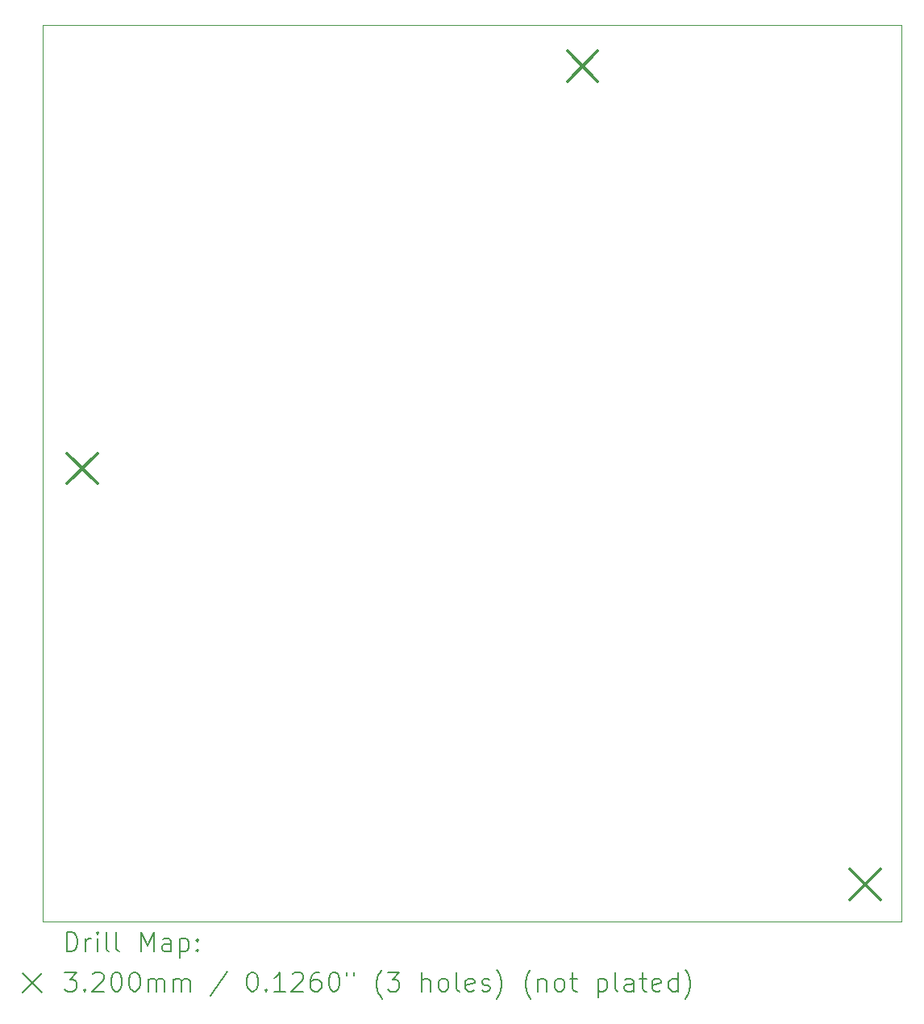
<source format=gbr>
%TF.GenerationSoftware,KiCad,Pcbnew,(6.0.11)*%
%TF.CreationDate,2023-08-29T13:21:02-05:00*%
%TF.ProjectId,MB,4d422e6b-6963-4616-945f-706362585858,rev?*%
%TF.SameCoordinates,Original*%
%TF.FileFunction,Drillmap*%
%TF.FilePolarity,Positive*%
%FSLAX45Y45*%
G04 Gerber Fmt 4.5, Leading zero omitted, Abs format (unit mm)*
G04 Created by KiCad (PCBNEW (6.0.11)) date 2023-08-29 13:21:02*
%MOMM*%
%LPD*%
G01*
G04 APERTURE LIST*
%ADD10C,0.100000*%
%ADD11C,0.200000*%
%ADD12C,0.320000*%
G04 APERTURE END LIST*
D10*
X12865100Y-2913380D02*
X21887180Y-2913380D01*
X21887180Y-2913380D02*
X21887180Y-12321540D01*
X21887180Y-12321540D02*
X12865100Y-12321540D01*
X12865100Y-12321540D02*
X12865100Y-2913380D01*
D11*
D12*
X13124200Y-7409200D02*
X13444200Y-7729200D01*
X13444200Y-7409200D02*
X13124200Y-7729200D01*
X18376920Y-3187720D02*
X18696920Y-3507720D01*
X18696920Y-3187720D02*
X18376920Y-3507720D01*
X21343640Y-11775460D02*
X21663640Y-12095460D01*
X21663640Y-11775460D02*
X21343640Y-12095460D01*
D11*
X13117719Y-12637016D02*
X13117719Y-12437016D01*
X13165338Y-12437016D01*
X13193909Y-12446540D01*
X13212957Y-12465588D01*
X13222481Y-12484635D01*
X13232005Y-12522730D01*
X13232005Y-12551302D01*
X13222481Y-12589397D01*
X13212957Y-12608445D01*
X13193909Y-12627492D01*
X13165338Y-12637016D01*
X13117719Y-12637016D01*
X13317719Y-12637016D02*
X13317719Y-12503683D01*
X13317719Y-12541778D02*
X13327243Y-12522730D01*
X13336767Y-12513207D01*
X13355814Y-12503683D01*
X13374862Y-12503683D01*
X13441528Y-12637016D02*
X13441528Y-12503683D01*
X13441528Y-12437016D02*
X13432005Y-12446540D01*
X13441528Y-12456064D01*
X13451052Y-12446540D01*
X13441528Y-12437016D01*
X13441528Y-12456064D01*
X13565338Y-12637016D02*
X13546290Y-12627492D01*
X13536767Y-12608445D01*
X13536767Y-12437016D01*
X13670100Y-12637016D02*
X13651052Y-12627492D01*
X13641528Y-12608445D01*
X13641528Y-12437016D01*
X13898671Y-12637016D02*
X13898671Y-12437016D01*
X13965338Y-12579873D01*
X14032005Y-12437016D01*
X14032005Y-12637016D01*
X14212957Y-12637016D02*
X14212957Y-12532254D01*
X14203433Y-12513207D01*
X14184386Y-12503683D01*
X14146290Y-12503683D01*
X14127243Y-12513207D01*
X14212957Y-12627492D02*
X14193909Y-12637016D01*
X14146290Y-12637016D01*
X14127243Y-12627492D01*
X14117719Y-12608445D01*
X14117719Y-12589397D01*
X14127243Y-12570349D01*
X14146290Y-12560826D01*
X14193909Y-12560826D01*
X14212957Y-12551302D01*
X14308195Y-12503683D02*
X14308195Y-12703683D01*
X14308195Y-12513207D02*
X14327243Y-12503683D01*
X14365338Y-12503683D01*
X14384386Y-12513207D01*
X14393909Y-12522730D01*
X14403433Y-12541778D01*
X14403433Y-12598921D01*
X14393909Y-12617968D01*
X14384386Y-12627492D01*
X14365338Y-12637016D01*
X14327243Y-12637016D01*
X14308195Y-12627492D01*
X14489148Y-12617968D02*
X14498671Y-12627492D01*
X14489148Y-12637016D01*
X14479624Y-12627492D01*
X14489148Y-12617968D01*
X14489148Y-12637016D01*
X14489148Y-12513207D02*
X14498671Y-12522730D01*
X14489148Y-12532254D01*
X14479624Y-12522730D01*
X14489148Y-12513207D01*
X14489148Y-12532254D01*
X12660100Y-12866540D02*
X12860100Y-13066540D01*
X12860100Y-12866540D02*
X12660100Y-13066540D01*
X13098671Y-12857016D02*
X13222481Y-12857016D01*
X13155814Y-12933207D01*
X13184386Y-12933207D01*
X13203433Y-12942730D01*
X13212957Y-12952254D01*
X13222481Y-12971302D01*
X13222481Y-13018921D01*
X13212957Y-13037968D01*
X13203433Y-13047492D01*
X13184386Y-13057016D01*
X13127243Y-13057016D01*
X13108195Y-13047492D01*
X13098671Y-13037968D01*
X13308195Y-13037968D02*
X13317719Y-13047492D01*
X13308195Y-13057016D01*
X13298671Y-13047492D01*
X13308195Y-13037968D01*
X13308195Y-13057016D01*
X13393909Y-12876064D02*
X13403433Y-12866540D01*
X13422481Y-12857016D01*
X13470100Y-12857016D01*
X13489148Y-12866540D01*
X13498671Y-12876064D01*
X13508195Y-12895111D01*
X13508195Y-12914159D01*
X13498671Y-12942730D01*
X13384386Y-13057016D01*
X13508195Y-13057016D01*
X13632005Y-12857016D02*
X13651052Y-12857016D01*
X13670100Y-12866540D01*
X13679624Y-12876064D01*
X13689148Y-12895111D01*
X13698671Y-12933207D01*
X13698671Y-12980826D01*
X13689148Y-13018921D01*
X13679624Y-13037968D01*
X13670100Y-13047492D01*
X13651052Y-13057016D01*
X13632005Y-13057016D01*
X13612957Y-13047492D01*
X13603433Y-13037968D01*
X13593909Y-13018921D01*
X13584386Y-12980826D01*
X13584386Y-12933207D01*
X13593909Y-12895111D01*
X13603433Y-12876064D01*
X13612957Y-12866540D01*
X13632005Y-12857016D01*
X13822481Y-12857016D02*
X13841528Y-12857016D01*
X13860576Y-12866540D01*
X13870100Y-12876064D01*
X13879624Y-12895111D01*
X13889148Y-12933207D01*
X13889148Y-12980826D01*
X13879624Y-13018921D01*
X13870100Y-13037968D01*
X13860576Y-13047492D01*
X13841528Y-13057016D01*
X13822481Y-13057016D01*
X13803433Y-13047492D01*
X13793909Y-13037968D01*
X13784386Y-13018921D01*
X13774862Y-12980826D01*
X13774862Y-12933207D01*
X13784386Y-12895111D01*
X13793909Y-12876064D01*
X13803433Y-12866540D01*
X13822481Y-12857016D01*
X13974862Y-13057016D02*
X13974862Y-12923683D01*
X13974862Y-12942730D02*
X13984386Y-12933207D01*
X14003433Y-12923683D01*
X14032005Y-12923683D01*
X14051052Y-12933207D01*
X14060576Y-12952254D01*
X14060576Y-13057016D01*
X14060576Y-12952254D02*
X14070100Y-12933207D01*
X14089148Y-12923683D01*
X14117719Y-12923683D01*
X14136767Y-12933207D01*
X14146290Y-12952254D01*
X14146290Y-13057016D01*
X14241528Y-13057016D02*
X14241528Y-12923683D01*
X14241528Y-12942730D02*
X14251052Y-12933207D01*
X14270100Y-12923683D01*
X14298671Y-12923683D01*
X14317719Y-12933207D01*
X14327243Y-12952254D01*
X14327243Y-13057016D01*
X14327243Y-12952254D02*
X14336767Y-12933207D01*
X14355814Y-12923683D01*
X14384386Y-12923683D01*
X14403433Y-12933207D01*
X14412957Y-12952254D01*
X14412957Y-13057016D01*
X14803433Y-12847492D02*
X14632005Y-13104635D01*
X15060576Y-12857016D02*
X15079624Y-12857016D01*
X15098671Y-12866540D01*
X15108195Y-12876064D01*
X15117719Y-12895111D01*
X15127243Y-12933207D01*
X15127243Y-12980826D01*
X15117719Y-13018921D01*
X15108195Y-13037968D01*
X15098671Y-13047492D01*
X15079624Y-13057016D01*
X15060576Y-13057016D01*
X15041528Y-13047492D01*
X15032005Y-13037968D01*
X15022481Y-13018921D01*
X15012957Y-12980826D01*
X15012957Y-12933207D01*
X15022481Y-12895111D01*
X15032005Y-12876064D01*
X15041528Y-12866540D01*
X15060576Y-12857016D01*
X15212957Y-13037968D02*
X15222481Y-13047492D01*
X15212957Y-13057016D01*
X15203433Y-13047492D01*
X15212957Y-13037968D01*
X15212957Y-13057016D01*
X15412957Y-13057016D02*
X15298671Y-13057016D01*
X15355814Y-13057016D02*
X15355814Y-12857016D01*
X15336767Y-12885588D01*
X15317719Y-12904635D01*
X15298671Y-12914159D01*
X15489148Y-12876064D02*
X15498671Y-12866540D01*
X15517719Y-12857016D01*
X15565338Y-12857016D01*
X15584386Y-12866540D01*
X15593909Y-12876064D01*
X15603433Y-12895111D01*
X15603433Y-12914159D01*
X15593909Y-12942730D01*
X15479624Y-13057016D01*
X15603433Y-13057016D01*
X15774862Y-12857016D02*
X15736767Y-12857016D01*
X15717719Y-12866540D01*
X15708195Y-12876064D01*
X15689148Y-12904635D01*
X15679624Y-12942730D01*
X15679624Y-13018921D01*
X15689148Y-13037968D01*
X15698671Y-13047492D01*
X15717719Y-13057016D01*
X15755814Y-13057016D01*
X15774862Y-13047492D01*
X15784386Y-13037968D01*
X15793909Y-13018921D01*
X15793909Y-12971302D01*
X15784386Y-12952254D01*
X15774862Y-12942730D01*
X15755814Y-12933207D01*
X15717719Y-12933207D01*
X15698671Y-12942730D01*
X15689148Y-12952254D01*
X15679624Y-12971302D01*
X15917719Y-12857016D02*
X15936767Y-12857016D01*
X15955814Y-12866540D01*
X15965338Y-12876064D01*
X15974862Y-12895111D01*
X15984386Y-12933207D01*
X15984386Y-12980826D01*
X15974862Y-13018921D01*
X15965338Y-13037968D01*
X15955814Y-13047492D01*
X15936767Y-13057016D01*
X15917719Y-13057016D01*
X15898671Y-13047492D01*
X15889148Y-13037968D01*
X15879624Y-13018921D01*
X15870100Y-12980826D01*
X15870100Y-12933207D01*
X15879624Y-12895111D01*
X15889148Y-12876064D01*
X15898671Y-12866540D01*
X15917719Y-12857016D01*
X16060576Y-12857016D02*
X16060576Y-12895111D01*
X16136767Y-12857016D02*
X16136767Y-12895111D01*
X16432005Y-13133207D02*
X16422481Y-13123683D01*
X16403433Y-13095111D01*
X16393909Y-13076064D01*
X16384386Y-13047492D01*
X16374862Y-12999873D01*
X16374862Y-12961778D01*
X16384386Y-12914159D01*
X16393909Y-12885588D01*
X16403433Y-12866540D01*
X16422481Y-12837968D01*
X16432005Y-12828445D01*
X16489148Y-12857016D02*
X16612957Y-12857016D01*
X16546290Y-12933207D01*
X16574862Y-12933207D01*
X16593909Y-12942730D01*
X16603433Y-12952254D01*
X16612957Y-12971302D01*
X16612957Y-13018921D01*
X16603433Y-13037968D01*
X16593909Y-13047492D01*
X16574862Y-13057016D01*
X16517719Y-13057016D01*
X16498671Y-13047492D01*
X16489148Y-13037968D01*
X16851052Y-13057016D02*
X16851052Y-12857016D01*
X16936767Y-13057016D02*
X16936767Y-12952254D01*
X16927243Y-12933207D01*
X16908195Y-12923683D01*
X16879624Y-12923683D01*
X16860576Y-12933207D01*
X16851052Y-12942730D01*
X17060576Y-13057016D02*
X17041529Y-13047492D01*
X17032005Y-13037968D01*
X17022481Y-13018921D01*
X17022481Y-12961778D01*
X17032005Y-12942730D01*
X17041529Y-12933207D01*
X17060576Y-12923683D01*
X17089148Y-12923683D01*
X17108195Y-12933207D01*
X17117719Y-12942730D01*
X17127243Y-12961778D01*
X17127243Y-13018921D01*
X17117719Y-13037968D01*
X17108195Y-13047492D01*
X17089148Y-13057016D01*
X17060576Y-13057016D01*
X17241529Y-13057016D02*
X17222481Y-13047492D01*
X17212957Y-13028445D01*
X17212957Y-12857016D01*
X17393910Y-13047492D02*
X17374862Y-13057016D01*
X17336767Y-13057016D01*
X17317719Y-13047492D01*
X17308195Y-13028445D01*
X17308195Y-12952254D01*
X17317719Y-12933207D01*
X17336767Y-12923683D01*
X17374862Y-12923683D01*
X17393910Y-12933207D01*
X17403433Y-12952254D01*
X17403433Y-12971302D01*
X17308195Y-12990349D01*
X17479624Y-13047492D02*
X17498671Y-13057016D01*
X17536767Y-13057016D01*
X17555814Y-13047492D01*
X17565338Y-13028445D01*
X17565338Y-13018921D01*
X17555814Y-12999873D01*
X17536767Y-12990349D01*
X17508195Y-12990349D01*
X17489148Y-12980826D01*
X17479624Y-12961778D01*
X17479624Y-12952254D01*
X17489148Y-12933207D01*
X17508195Y-12923683D01*
X17536767Y-12923683D01*
X17555814Y-12933207D01*
X17632005Y-13133207D02*
X17641529Y-13123683D01*
X17660576Y-13095111D01*
X17670100Y-13076064D01*
X17679624Y-13047492D01*
X17689148Y-12999873D01*
X17689148Y-12961778D01*
X17679624Y-12914159D01*
X17670100Y-12885588D01*
X17660576Y-12866540D01*
X17641529Y-12837968D01*
X17632005Y-12828445D01*
X17993910Y-13133207D02*
X17984386Y-13123683D01*
X17965338Y-13095111D01*
X17955814Y-13076064D01*
X17946290Y-13047492D01*
X17936767Y-12999873D01*
X17936767Y-12961778D01*
X17946290Y-12914159D01*
X17955814Y-12885588D01*
X17965338Y-12866540D01*
X17984386Y-12837968D01*
X17993910Y-12828445D01*
X18070100Y-12923683D02*
X18070100Y-13057016D01*
X18070100Y-12942730D02*
X18079624Y-12933207D01*
X18098671Y-12923683D01*
X18127243Y-12923683D01*
X18146290Y-12933207D01*
X18155814Y-12952254D01*
X18155814Y-13057016D01*
X18279624Y-13057016D02*
X18260576Y-13047492D01*
X18251052Y-13037968D01*
X18241529Y-13018921D01*
X18241529Y-12961778D01*
X18251052Y-12942730D01*
X18260576Y-12933207D01*
X18279624Y-12923683D01*
X18308195Y-12923683D01*
X18327243Y-12933207D01*
X18336767Y-12942730D01*
X18346290Y-12961778D01*
X18346290Y-13018921D01*
X18336767Y-13037968D01*
X18327243Y-13047492D01*
X18308195Y-13057016D01*
X18279624Y-13057016D01*
X18403433Y-12923683D02*
X18479624Y-12923683D01*
X18432005Y-12857016D02*
X18432005Y-13028445D01*
X18441529Y-13047492D01*
X18460576Y-13057016D01*
X18479624Y-13057016D01*
X18698671Y-12923683D02*
X18698671Y-13123683D01*
X18698671Y-12933207D02*
X18717719Y-12923683D01*
X18755814Y-12923683D01*
X18774862Y-12933207D01*
X18784386Y-12942730D01*
X18793910Y-12961778D01*
X18793910Y-13018921D01*
X18784386Y-13037968D01*
X18774862Y-13047492D01*
X18755814Y-13057016D01*
X18717719Y-13057016D01*
X18698671Y-13047492D01*
X18908195Y-13057016D02*
X18889148Y-13047492D01*
X18879624Y-13028445D01*
X18879624Y-12857016D01*
X19070100Y-13057016D02*
X19070100Y-12952254D01*
X19060576Y-12933207D01*
X19041529Y-12923683D01*
X19003433Y-12923683D01*
X18984386Y-12933207D01*
X19070100Y-13047492D02*
X19051052Y-13057016D01*
X19003433Y-13057016D01*
X18984386Y-13047492D01*
X18974862Y-13028445D01*
X18974862Y-13009397D01*
X18984386Y-12990349D01*
X19003433Y-12980826D01*
X19051052Y-12980826D01*
X19070100Y-12971302D01*
X19136767Y-12923683D02*
X19212957Y-12923683D01*
X19165338Y-12857016D02*
X19165338Y-13028445D01*
X19174862Y-13047492D01*
X19193910Y-13057016D01*
X19212957Y-13057016D01*
X19355814Y-13047492D02*
X19336767Y-13057016D01*
X19298671Y-13057016D01*
X19279624Y-13047492D01*
X19270100Y-13028445D01*
X19270100Y-12952254D01*
X19279624Y-12933207D01*
X19298671Y-12923683D01*
X19336767Y-12923683D01*
X19355814Y-12933207D01*
X19365338Y-12952254D01*
X19365338Y-12971302D01*
X19270100Y-12990349D01*
X19536767Y-13057016D02*
X19536767Y-12857016D01*
X19536767Y-13047492D02*
X19517719Y-13057016D01*
X19479624Y-13057016D01*
X19460576Y-13047492D01*
X19451052Y-13037968D01*
X19441529Y-13018921D01*
X19441529Y-12961778D01*
X19451052Y-12942730D01*
X19460576Y-12933207D01*
X19479624Y-12923683D01*
X19517719Y-12923683D01*
X19536767Y-12933207D01*
X19612957Y-13133207D02*
X19622481Y-13123683D01*
X19641529Y-13095111D01*
X19651052Y-13076064D01*
X19660576Y-13047492D01*
X19670100Y-12999873D01*
X19670100Y-12961778D01*
X19660576Y-12914159D01*
X19651052Y-12885588D01*
X19641529Y-12866540D01*
X19622481Y-12837968D01*
X19612957Y-12828445D01*
M02*

</source>
